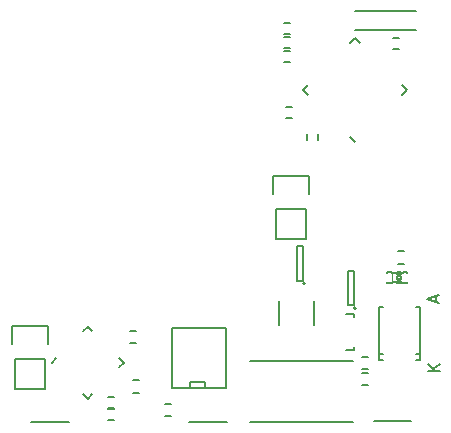
<source format=gto>
G04 #@! TF.FileFunction,Legend,Top*
%FSLAX46Y46*%
G04 Gerber Fmt 4.6, Leading zero omitted, Abs format (unit mm)*
G04 Created by KiCad (PCBNEW (2015-04-30 BZR 5634)-product) date Friday, May 08, 2015 'PMt' 05:38:52 PM*
%MOMM*%
G01*
G04 APERTURE LIST*
%ADD10C,0.100000*%
%ADD11C,0.150000*%
%ADD12R,0.500000X0.600000*%
%ADD13R,0.600000X0.500000*%
%ADD14R,1.800860X2.499360*%
%ADD15R,0.797560X0.797560*%
%ADD16R,2.500000X0.900000*%
%ADD17R,0.800100X0.800100*%
%ADD18R,0.400000X0.600000*%
%ADD19R,1.143000X0.508000*%
%ADD20R,1.060000X0.650000*%
%ADD21C,0.220000*%
%ADD22R,0.800000X0.900000*%
%ADD23R,1.600000X1.900000*%
%ADD24R,2.000000X2.000000*%
%ADD25R,0.400000X1.350000*%
%ADD26R,0.700000X0.400000*%
%ADD27R,1.200000X0.650000*%
%ADD28R,0.500000X1.600000*%
%ADD29R,2.032000X2.032000*%
%ADD30O,2.032000X2.032000*%
%ADD31R,1.500000X1.500000*%
%ADD32R,1.100000X0.250000*%
G04 APERTURE END LIST*
D10*
D11*
X176075000Y-91950000D02*
X176075000Y-91450000D01*
X175125000Y-91450000D02*
X175125000Y-91950000D01*
X163150000Y-115275000D02*
X163650000Y-115275000D01*
X163650000Y-114325000D02*
X163150000Y-114325000D01*
X158350000Y-114675000D02*
X158850000Y-114675000D01*
X158850000Y-113725000D02*
X158350000Y-113725000D01*
X158350000Y-115675000D02*
X158850000Y-115675000D01*
X158850000Y-114725000D02*
X158350000Y-114725000D01*
X173750000Y-83225000D02*
X173250000Y-83225000D01*
X173250000Y-84175000D02*
X173750000Y-84175000D01*
X173850000Y-89125000D02*
X173350000Y-89125000D01*
X173350000Y-90075000D02*
X173850000Y-90075000D01*
X182950000Y-83325000D02*
X182450000Y-83325000D01*
X182450000Y-84275000D02*
X182950000Y-84275000D01*
X173250000Y-82975000D02*
X173750000Y-82975000D01*
X173750000Y-82025000D02*
X173250000Y-82025000D01*
X173250000Y-85375000D02*
X173750000Y-85375000D01*
X173750000Y-84425000D02*
X173250000Y-84425000D01*
X184750060Y-110099140D02*
X184399540Y-110099140D01*
X181249940Y-110099140D02*
X181600460Y-110099140D01*
X184750060Y-106049560D02*
X184399540Y-106049560D01*
X184750060Y-110550440D02*
X184399540Y-110550440D01*
X181249940Y-110550440D02*
X181600460Y-110550440D01*
X181249940Y-106049560D02*
X181600460Y-106049560D01*
X184750060Y-110550440D02*
X184750060Y-106049560D01*
X181249940Y-110550440D02*
X181249940Y-106049560D01*
X183249580Y-104049580D02*
X183249580Y-103150420D01*
X183249580Y-103150420D02*
X183648360Y-103150420D01*
X183648360Y-104049580D02*
X183648360Y-103150420D01*
X183249580Y-104049580D02*
X183648360Y-104049580D01*
X181951640Y-104049580D02*
X181951640Y-103150420D01*
X181951640Y-103150420D02*
X182350420Y-103150420D01*
X182350420Y-104049580D02*
X182350420Y-103150420D01*
X181951640Y-104049580D02*
X182350420Y-104049580D01*
X182800000Y-104049580D02*
X182800000Y-103899720D01*
X182800000Y-103899720D02*
X183099720Y-103899720D01*
X183099720Y-104049580D02*
X183099720Y-103899720D01*
X182800000Y-104049580D02*
X183099720Y-104049580D01*
X182800000Y-103300280D02*
X182800000Y-103150420D01*
X182800000Y-103150420D02*
X183099720Y-103150420D01*
X183099720Y-103300280D02*
X183099720Y-103150420D01*
X182800000Y-103300280D02*
X183099720Y-103300280D01*
X182800000Y-103749860D02*
X182800000Y-103450140D01*
X182800000Y-103450140D02*
X183099720Y-103450140D01*
X183099720Y-103749860D02*
X183099720Y-103450140D01*
X182800000Y-103749860D02*
X183099720Y-103749860D01*
X183249580Y-103998780D02*
X182350420Y-103998780D01*
X183249580Y-103201220D02*
X182350420Y-103201220D01*
X175775000Y-105600000D02*
X175775000Y-107600000D01*
X172825000Y-107600000D02*
X172825000Y-105600000D01*
X179150240Y-109499160D02*
X179150240Y-109450900D01*
X178449200Y-106700180D02*
X179150240Y-106700180D01*
X179150240Y-106700180D02*
X179150240Y-106949100D01*
X179150240Y-109499160D02*
X179150240Y-109699820D01*
X179150240Y-109699820D02*
X178449200Y-109699820D01*
X182850000Y-102425000D02*
X183350000Y-102425000D01*
X183350000Y-101375000D02*
X182850000Y-101375000D01*
X180350000Y-110275000D02*
X179850000Y-110275000D01*
X179850000Y-111325000D02*
X180350000Y-111325000D01*
X179850000Y-112725000D02*
X180350000Y-112725000D01*
X180350000Y-111675000D02*
X179850000Y-111675000D01*
X160150000Y-109125000D02*
X160650000Y-109125000D01*
X160650000Y-108075000D02*
X160150000Y-108075000D01*
X160450000Y-113325000D02*
X160950000Y-113325000D01*
X160950000Y-112275000D02*
X160450000Y-112275000D01*
X163714000Y-112940000D02*
X163714000Y-107860000D01*
X163714000Y-107860000D02*
X168286000Y-107860000D01*
X168286000Y-107860000D02*
X168286000Y-112940000D01*
X168286000Y-112940000D02*
X163714000Y-112940000D01*
X165238000Y-112940000D02*
X165238000Y-112432000D01*
X165238000Y-112432000D02*
X166508000Y-112432000D01*
X166508000Y-112432000D02*
X166508000Y-112940000D01*
X175000000Y-104100000D02*
G75*
G03X175000000Y-104100000I-100000J0D01*
G01*
X174350000Y-103850000D02*
X174850000Y-103850000D01*
X174350000Y-100950000D02*
X174350000Y-103850000D01*
X174850000Y-100950000D02*
X174350000Y-100950000D01*
X174850000Y-103850000D02*
X174850000Y-100950000D01*
X179300000Y-106200000D02*
G75*
G03X179300000Y-106200000I-100000J0D01*
G01*
X178650000Y-105950000D02*
X179150000Y-105950000D01*
X178650000Y-103050000D02*
X178650000Y-105950000D01*
X179150000Y-103050000D02*
X178650000Y-103050000D01*
X179150000Y-105950000D02*
X179150000Y-103050000D01*
X174780583Y-87700000D02*
X175204847Y-87275736D01*
X183619417Y-87700000D02*
X183195153Y-88124264D01*
X179200000Y-83280583D02*
X178775736Y-83704847D01*
X179200000Y-92119417D02*
X178775736Y-91695153D01*
X183619417Y-87700000D02*
X183195153Y-87275736D01*
X179200000Y-83280583D02*
X179624264Y-83704847D01*
X174780583Y-87700000D02*
X175204847Y-88124264D01*
X156600000Y-107759441D02*
X156971231Y-108130672D01*
X156600000Y-113840559D02*
X156228769Y-113469328D01*
X159640559Y-110800000D02*
X159269328Y-110428769D01*
X153559441Y-110800000D02*
X153930672Y-110428769D01*
X156600000Y-113840559D02*
X156971231Y-113469328D01*
X159640559Y-110800000D02*
X159269328Y-111171231D01*
X156600000Y-107759441D02*
X156228769Y-108130672D01*
X170349100Y-110612460D02*
X179049100Y-110612460D01*
X179049100Y-115787460D02*
X170349100Y-115787460D01*
X165200000Y-115800000D02*
X168400000Y-115800000D01*
X151800000Y-115800000D02*
X155000000Y-115800000D01*
X180800000Y-115700000D02*
X184000000Y-115700000D01*
X179200000Y-81000000D02*
X184400000Y-81000000D01*
X179200000Y-82600000D02*
X184400000Y-82600000D01*
X175070000Y-97770000D02*
X175070000Y-100310000D01*
X175350000Y-94950000D02*
X175350000Y-96500000D01*
X175070000Y-97770000D02*
X172530000Y-97770000D01*
X172250000Y-96500000D02*
X172250000Y-94950000D01*
X172250000Y-94950000D02*
X175350000Y-94950000D01*
X172530000Y-97770000D02*
X172530000Y-100310000D01*
X172530000Y-100310000D02*
X175070000Y-100310000D01*
X152970000Y-110470000D02*
X152970000Y-113010000D01*
X153250000Y-107650000D02*
X153250000Y-109200000D01*
X152970000Y-110470000D02*
X150430000Y-110470000D01*
X150150000Y-109200000D02*
X150150000Y-107650000D01*
X150150000Y-107650000D02*
X153250000Y-107650000D01*
X150430000Y-110470000D02*
X150430000Y-113010000D01*
X150430000Y-113010000D02*
X152970000Y-113010000D01*
X186402381Y-111461905D02*
X185402381Y-111461905D01*
X186402381Y-110890476D02*
X185830952Y-111319048D01*
X185402381Y-110890476D02*
X185973810Y-111461905D01*
X186066667Y-105638095D02*
X186066667Y-105161904D01*
X186352381Y-105733333D02*
X185352381Y-105400000D01*
X186352381Y-105066666D01*
%LPC*%
D12*
X175600000Y-91150000D03*
X175600000Y-92250000D03*
D13*
X163950000Y-114800000D03*
X162850000Y-114800000D03*
X159150000Y-114200000D03*
X158050000Y-114200000D03*
X159150000Y-115200000D03*
X158050000Y-115200000D03*
X172950000Y-83700000D03*
X174050000Y-83700000D03*
X173050000Y-89600000D03*
X174150000Y-89600000D03*
X182150000Y-83800000D03*
X183250000Y-83800000D03*
X174050000Y-82500000D03*
X172950000Y-82500000D03*
X174050000Y-84900000D03*
X172950000Y-84900000D03*
D14*
X183000000Y-110298980D03*
X183000000Y-106301020D03*
D15*
X182050700Y-103600000D03*
X183549300Y-103600000D03*
D16*
X174300000Y-108050000D03*
X174300000Y-105150000D03*
D17*
X177499240Y-107250000D03*
X177499240Y-109150000D03*
X179498220Y-108200000D03*
D18*
X183550000Y-101900000D03*
X182650000Y-101900000D03*
X179650000Y-110800000D03*
X180550000Y-110800000D03*
X180550000Y-112200000D03*
X179650000Y-112200000D03*
X160850000Y-108600000D03*
X159950000Y-108600000D03*
X161150000Y-112800000D03*
X160250000Y-112800000D03*
D19*
X162825000Y-112305000D03*
X162825000Y-111035000D03*
X162825000Y-109765000D03*
X162825000Y-108495000D03*
X169175000Y-108495000D03*
X169175000Y-109765000D03*
X169175000Y-111035000D03*
X169175000Y-112305000D03*
D20*
X175700000Y-103350000D03*
X175700000Y-102400000D03*
X175700000Y-101450000D03*
X173500000Y-101450000D03*
X173500000Y-103350000D03*
X180000000Y-105450000D03*
X180000000Y-104500000D03*
X180000000Y-103550000D03*
X177800000Y-103550000D03*
X177800000Y-105450000D03*
D21*
X176600000Y-82050000D03*
X176850000Y-82500000D03*
X176350000Y-82500000D03*
X176350000Y-83100000D03*
X176850000Y-83100000D03*
D22*
X174000000Y-90900000D03*
X174000000Y-92350000D03*
X172925000Y-90925000D03*
X172925000Y-92350000D03*
D10*
G36*
X180119238Y-91589087D02*
X179977817Y-91730508D01*
X179412132Y-91164823D01*
X179553553Y-91023402D01*
X180119238Y-91589087D01*
X180119238Y-91589087D01*
G37*
G36*
X180402081Y-91306245D02*
X180260660Y-91447666D01*
X179694975Y-90881981D01*
X179836396Y-90740560D01*
X180402081Y-91306245D01*
X180402081Y-91306245D01*
G37*
G36*
X180684924Y-91023402D02*
X180543503Y-91164823D01*
X179977818Y-90599138D01*
X180119239Y-90457717D01*
X180684924Y-91023402D01*
X180684924Y-91023402D01*
G37*
G36*
X180967767Y-90740559D02*
X180826346Y-90881980D01*
X180260661Y-90316295D01*
X180402082Y-90174874D01*
X180967767Y-90740559D01*
X180967767Y-90740559D01*
G37*
G36*
X181250609Y-90457716D02*
X181109188Y-90599137D01*
X180543503Y-90033452D01*
X180684924Y-89892031D01*
X181250609Y-90457716D01*
X181250609Y-90457716D01*
G37*
G36*
X181533452Y-90174874D02*
X181392031Y-90316295D01*
X180826346Y-89750610D01*
X180967767Y-89609189D01*
X181533452Y-90174874D01*
X181533452Y-90174874D01*
G37*
G36*
X181816295Y-89892031D02*
X181674874Y-90033452D01*
X181109189Y-89467767D01*
X181250610Y-89326346D01*
X181816295Y-89892031D01*
X181816295Y-89892031D01*
G37*
G36*
X182099137Y-89609188D02*
X181957716Y-89750609D01*
X181392031Y-89184924D01*
X181533452Y-89043503D01*
X182099137Y-89609188D01*
X182099137Y-89609188D01*
G37*
G36*
X182381980Y-89326346D02*
X182240559Y-89467767D01*
X181674874Y-88902082D01*
X181816295Y-88760661D01*
X182381980Y-89326346D01*
X182381980Y-89326346D01*
G37*
G36*
X182664823Y-89043503D02*
X182523402Y-89184924D01*
X181957717Y-88619239D01*
X182099138Y-88477818D01*
X182664823Y-89043503D01*
X182664823Y-89043503D01*
G37*
G36*
X182947666Y-88760660D02*
X182806245Y-88902081D01*
X182240560Y-88336396D01*
X182381981Y-88194975D01*
X182947666Y-88760660D01*
X182947666Y-88760660D01*
G37*
G36*
X183230508Y-88477817D02*
X183089087Y-88619238D01*
X182523402Y-88053553D01*
X182664823Y-87912132D01*
X183230508Y-88477817D01*
X183230508Y-88477817D01*
G37*
G36*
X183089087Y-86780762D02*
X183230508Y-86922183D01*
X182664823Y-87487868D01*
X182523402Y-87346447D01*
X183089087Y-86780762D01*
X183089087Y-86780762D01*
G37*
G36*
X182806245Y-86497919D02*
X182947666Y-86639340D01*
X182381981Y-87205025D01*
X182240560Y-87063604D01*
X182806245Y-86497919D01*
X182806245Y-86497919D01*
G37*
G36*
X182523402Y-86215076D02*
X182664823Y-86356497D01*
X182099138Y-86922182D01*
X181957717Y-86780761D01*
X182523402Y-86215076D01*
X182523402Y-86215076D01*
G37*
G36*
X182240559Y-85932233D02*
X182381980Y-86073654D01*
X181816295Y-86639339D01*
X181674874Y-86497918D01*
X182240559Y-85932233D01*
X182240559Y-85932233D01*
G37*
G36*
X181957716Y-85649391D02*
X182099137Y-85790812D01*
X181533452Y-86356497D01*
X181392031Y-86215076D01*
X181957716Y-85649391D01*
X181957716Y-85649391D01*
G37*
G36*
X181674874Y-85366548D02*
X181816295Y-85507969D01*
X181250610Y-86073654D01*
X181109189Y-85932233D01*
X181674874Y-85366548D01*
X181674874Y-85366548D01*
G37*
G36*
X181392031Y-85083705D02*
X181533452Y-85225126D01*
X180967767Y-85790811D01*
X180826346Y-85649390D01*
X181392031Y-85083705D01*
X181392031Y-85083705D01*
G37*
G36*
X181109188Y-84800863D02*
X181250609Y-84942284D01*
X180684924Y-85507969D01*
X180543503Y-85366548D01*
X181109188Y-84800863D01*
X181109188Y-84800863D01*
G37*
G36*
X180826346Y-84518020D02*
X180967767Y-84659441D01*
X180402082Y-85225126D01*
X180260661Y-85083705D01*
X180826346Y-84518020D01*
X180826346Y-84518020D01*
G37*
G36*
X180543503Y-84235177D02*
X180684924Y-84376598D01*
X180119239Y-84942283D01*
X179977818Y-84800862D01*
X180543503Y-84235177D01*
X180543503Y-84235177D01*
G37*
G36*
X180260660Y-83952334D02*
X180402081Y-84093755D01*
X179836396Y-84659440D01*
X179694975Y-84518019D01*
X180260660Y-83952334D01*
X180260660Y-83952334D01*
G37*
G36*
X179977817Y-83669492D02*
X180119238Y-83810913D01*
X179553553Y-84376598D01*
X179412132Y-84235177D01*
X179977817Y-83669492D01*
X179977817Y-83669492D01*
G37*
G36*
X178987868Y-84235177D02*
X178846447Y-84376598D01*
X178280762Y-83810913D01*
X178422183Y-83669492D01*
X178987868Y-84235177D01*
X178987868Y-84235177D01*
G37*
G36*
X178705025Y-84518019D02*
X178563604Y-84659440D01*
X177997919Y-84093755D01*
X178139340Y-83952334D01*
X178705025Y-84518019D01*
X178705025Y-84518019D01*
G37*
G36*
X178422182Y-84800862D02*
X178280761Y-84942283D01*
X177715076Y-84376598D01*
X177856497Y-84235177D01*
X178422182Y-84800862D01*
X178422182Y-84800862D01*
G37*
G36*
X178139339Y-85083705D02*
X177997918Y-85225126D01*
X177432233Y-84659441D01*
X177573654Y-84518020D01*
X178139339Y-85083705D01*
X178139339Y-85083705D01*
G37*
G36*
X177856497Y-85366548D02*
X177715076Y-85507969D01*
X177149391Y-84942284D01*
X177290812Y-84800863D01*
X177856497Y-85366548D01*
X177856497Y-85366548D01*
G37*
G36*
X177573654Y-85649390D02*
X177432233Y-85790811D01*
X176866548Y-85225126D01*
X177007969Y-85083705D01*
X177573654Y-85649390D01*
X177573654Y-85649390D01*
G37*
G36*
X177290811Y-85932233D02*
X177149390Y-86073654D01*
X176583705Y-85507969D01*
X176725126Y-85366548D01*
X177290811Y-85932233D01*
X177290811Y-85932233D01*
G37*
G36*
X177007969Y-86215076D02*
X176866548Y-86356497D01*
X176300863Y-85790812D01*
X176442284Y-85649391D01*
X177007969Y-86215076D01*
X177007969Y-86215076D01*
G37*
G36*
X176725126Y-86497918D02*
X176583705Y-86639339D01*
X176018020Y-86073654D01*
X176159441Y-85932233D01*
X176725126Y-86497918D01*
X176725126Y-86497918D01*
G37*
G36*
X176442283Y-86780761D02*
X176300862Y-86922182D01*
X175735177Y-86356497D01*
X175876598Y-86215076D01*
X176442283Y-86780761D01*
X176442283Y-86780761D01*
G37*
G36*
X176159440Y-87063604D02*
X176018019Y-87205025D01*
X175452334Y-86639340D01*
X175593755Y-86497919D01*
X176159440Y-87063604D01*
X176159440Y-87063604D01*
G37*
G36*
X175876598Y-87346447D02*
X175735177Y-87487868D01*
X175169492Y-86922183D01*
X175310913Y-86780762D01*
X175876598Y-87346447D01*
X175876598Y-87346447D01*
G37*
G36*
X175735177Y-87912132D02*
X175876598Y-88053553D01*
X175310913Y-88619238D01*
X175169492Y-88477817D01*
X175735177Y-87912132D01*
X175735177Y-87912132D01*
G37*
G36*
X176018019Y-88194975D02*
X176159440Y-88336396D01*
X175593755Y-88902081D01*
X175452334Y-88760660D01*
X176018019Y-88194975D01*
X176018019Y-88194975D01*
G37*
G36*
X176300862Y-88477818D02*
X176442283Y-88619239D01*
X175876598Y-89184924D01*
X175735177Y-89043503D01*
X176300862Y-88477818D01*
X176300862Y-88477818D01*
G37*
G36*
X176583705Y-88760661D02*
X176725126Y-88902082D01*
X176159441Y-89467767D01*
X176018020Y-89326346D01*
X176583705Y-88760661D01*
X176583705Y-88760661D01*
G37*
G36*
X176866548Y-89043503D02*
X177007969Y-89184924D01*
X176442284Y-89750609D01*
X176300863Y-89609188D01*
X176866548Y-89043503D01*
X176866548Y-89043503D01*
G37*
G36*
X177149390Y-89326346D02*
X177290811Y-89467767D01*
X176725126Y-90033452D01*
X176583705Y-89892031D01*
X177149390Y-89326346D01*
X177149390Y-89326346D01*
G37*
G36*
X177432233Y-89609189D02*
X177573654Y-89750610D01*
X177007969Y-90316295D01*
X176866548Y-90174874D01*
X177432233Y-89609189D01*
X177432233Y-89609189D01*
G37*
G36*
X177715076Y-89892031D02*
X177856497Y-90033452D01*
X177290812Y-90599137D01*
X177149391Y-90457716D01*
X177715076Y-89892031D01*
X177715076Y-89892031D01*
G37*
G36*
X177997918Y-90174874D02*
X178139339Y-90316295D01*
X177573654Y-90881980D01*
X177432233Y-90740559D01*
X177997918Y-90174874D01*
X177997918Y-90174874D01*
G37*
G36*
X178280761Y-90457717D02*
X178422182Y-90599138D01*
X177856497Y-91164823D01*
X177715076Y-91023402D01*
X178280761Y-90457717D01*
X178280761Y-90457717D01*
G37*
G36*
X178563604Y-90740560D02*
X178705025Y-90881981D01*
X178139340Y-91447666D01*
X177997919Y-91306245D01*
X178563604Y-90740560D01*
X178563604Y-90740560D01*
G37*
G36*
X178846447Y-91023402D02*
X178987868Y-91164823D01*
X178422183Y-91730508D01*
X178280762Y-91589087D01*
X178846447Y-91023402D01*
X178846447Y-91023402D01*
G37*
G36*
X179986656Y-85340031D02*
X179200000Y-86126687D01*
X178413344Y-85340031D01*
X179200000Y-84553375D01*
X179986656Y-85340031D01*
X179986656Y-85340031D01*
G37*
G36*
X179200000Y-86126687D02*
X178413344Y-86913343D01*
X177626688Y-86126687D01*
X178413344Y-85340031D01*
X179200000Y-86126687D01*
X179200000Y-86126687D01*
G37*
G36*
X178413343Y-86913344D02*
X177626687Y-87700000D01*
X176840031Y-86913344D01*
X177626687Y-86126688D01*
X178413343Y-86913344D01*
X178413343Y-86913344D01*
G37*
G36*
X177626687Y-87700000D02*
X176840031Y-88486656D01*
X176053375Y-87700000D01*
X176840031Y-86913344D01*
X177626687Y-87700000D01*
X177626687Y-87700000D01*
G37*
G36*
X180773312Y-86126687D02*
X179986656Y-86913343D01*
X179200000Y-86126687D01*
X179986656Y-85340031D01*
X180773312Y-86126687D01*
X180773312Y-86126687D01*
G37*
G36*
X179986656Y-86913344D02*
X179200000Y-87700000D01*
X178413344Y-86913344D01*
X179200000Y-86126688D01*
X179986656Y-86913344D01*
X179986656Y-86913344D01*
G37*
G36*
X179200000Y-87700000D02*
X178413344Y-88486656D01*
X177626688Y-87700000D01*
X178413344Y-86913344D01*
X179200000Y-87700000D01*
X179200000Y-87700000D01*
G37*
G36*
X178413343Y-88486656D02*
X177626687Y-89273312D01*
X176840031Y-88486656D01*
X177626687Y-87700000D01*
X178413343Y-88486656D01*
X178413343Y-88486656D01*
G37*
G36*
X181559969Y-86913344D02*
X180773313Y-87700000D01*
X179986657Y-86913344D01*
X180773313Y-86126688D01*
X181559969Y-86913344D01*
X181559969Y-86913344D01*
G37*
G36*
X180773312Y-87700000D02*
X179986656Y-88486656D01*
X179200000Y-87700000D01*
X179986656Y-86913344D01*
X180773312Y-87700000D01*
X180773312Y-87700000D01*
G37*
G36*
X179986656Y-88486656D02*
X179200000Y-89273312D01*
X178413344Y-88486656D01*
X179200000Y-87700000D01*
X179986656Y-88486656D01*
X179986656Y-88486656D01*
G37*
G36*
X179200000Y-89273313D02*
X178413344Y-90059969D01*
X177626688Y-89273313D01*
X178413344Y-88486657D01*
X179200000Y-89273313D01*
X179200000Y-89273313D01*
G37*
G36*
X182346625Y-87700000D02*
X181559969Y-88486656D01*
X180773313Y-87700000D01*
X181559969Y-86913344D01*
X182346625Y-87700000D01*
X182346625Y-87700000D01*
G37*
G36*
X181559969Y-88486656D02*
X180773313Y-89273312D01*
X179986657Y-88486656D01*
X180773313Y-87700000D01*
X181559969Y-88486656D01*
X181559969Y-88486656D01*
G37*
G36*
X180773312Y-89273313D02*
X179986656Y-90059969D01*
X179200000Y-89273313D01*
X179986656Y-88486657D01*
X180773312Y-89273313D01*
X180773312Y-89273313D01*
G37*
G36*
X179986656Y-90059969D02*
X179200000Y-90846625D01*
X178413344Y-90059969D01*
X179200000Y-89273313D01*
X179986656Y-90059969D01*
X179986656Y-90059969D01*
G37*
G36*
X154142804Y-111701561D02*
X153930672Y-111489429D01*
X154531712Y-110888389D01*
X154743844Y-111100521D01*
X154142804Y-111701561D01*
X154142804Y-111701561D01*
G37*
G36*
X154496358Y-112055114D02*
X154284226Y-111842982D01*
X154885266Y-111241942D01*
X155097398Y-111454074D01*
X154496358Y-112055114D01*
X154496358Y-112055114D01*
G37*
G36*
X154849911Y-112408668D02*
X154637779Y-112196536D01*
X155238819Y-111595496D01*
X155450951Y-111807628D01*
X154849911Y-112408668D01*
X154849911Y-112408668D01*
G37*
G36*
X155203464Y-112762221D02*
X154991332Y-112550089D01*
X155592372Y-111949049D01*
X155804504Y-112161181D01*
X155203464Y-112762221D01*
X155203464Y-112762221D01*
G37*
G36*
X155557018Y-113115774D02*
X155344886Y-112903642D01*
X155945926Y-112302602D01*
X156158058Y-112514734D01*
X155557018Y-113115774D01*
X155557018Y-113115774D01*
G37*
G36*
X155910571Y-113469328D02*
X155698439Y-113257196D01*
X156299479Y-112656156D01*
X156511611Y-112868288D01*
X155910571Y-113469328D01*
X155910571Y-113469328D01*
G37*
G36*
X157501561Y-113257196D02*
X157289429Y-113469328D01*
X156688389Y-112868288D01*
X156900521Y-112656156D01*
X157501561Y-113257196D01*
X157501561Y-113257196D01*
G37*
G36*
X157855114Y-112903642D02*
X157642982Y-113115774D01*
X157041942Y-112514734D01*
X157254074Y-112302602D01*
X157855114Y-112903642D01*
X157855114Y-112903642D01*
G37*
G36*
X158208668Y-112550089D02*
X157996536Y-112762221D01*
X157395496Y-112161181D01*
X157607628Y-111949049D01*
X158208668Y-112550089D01*
X158208668Y-112550089D01*
G37*
G36*
X158562221Y-112196536D02*
X158350089Y-112408668D01*
X157749049Y-111807628D01*
X157961181Y-111595496D01*
X158562221Y-112196536D01*
X158562221Y-112196536D01*
G37*
G36*
X158915774Y-111842982D02*
X158703642Y-112055114D01*
X158102602Y-111454074D01*
X158314734Y-111241942D01*
X158915774Y-111842982D01*
X158915774Y-111842982D01*
G37*
G36*
X159269328Y-111489429D02*
X159057196Y-111701561D01*
X158456156Y-111100521D01*
X158668288Y-110888389D01*
X159269328Y-111489429D01*
X159269328Y-111489429D01*
G37*
G36*
X158668288Y-110711611D02*
X158456156Y-110499479D01*
X159057196Y-109898439D01*
X159269328Y-110110571D01*
X158668288Y-110711611D01*
X158668288Y-110711611D01*
G37*
G36*
X158314734Y-110358058D02*
X158102602Y-110145926D01*
X158703642Y-109544886D01*
X158915774Y-109757018D01*
X158314734Y-110358058D01*
X158314734Y-110358058D01*
G37*
G36*
X157961181Y-110004504D02*
X157749049Y-109792372D01*
X158350089Y-109191332D01*
X158562221Y-109403464D01*
X157961181Y-110004504D01*
X157961181Y-110004504D01*
G37*
G36*
X157607628Y-109650951D02*
X157395496Y-109438819D01*
X157996536Y-108837779D01*
X158208668Y-109049911D01*
X157607628Y-109650951D01*
X157607628Y-109650951D01*
G37*
G36*
X157254074Y-109297398D02*
X157041942Y-109085266D01*
X157642982Y-108484226D01*
X157855114Y-108696358D01*
X157254074Y-109297398D01*
X157254074Y-109297398D01*
G37*
G36*
X156900521Y-108943844D02*
X156688389Y-108731712D01*
X157289429Y-108130672D01*
X157501561Y-108342804D01*
X156900521Y-108943844D01*
X156900521Y-108943844D01*
G37*
G36*
X156511611Y-108731712D02*
X156299479Y-108943844D01*
X155698439Y-108342804D01*
X155910571Y-108130672D01*
X156511611Y-108731712D01*
X156511611Y-108731712D01*
G37*
G36*
X156158058Y-109085266D02*
X155945926Y-109297398D01*
X155344886Y-108696358D01*
X155557018Y-108484226D01*
X156158058Y-109085266D01*
X156158058Y-109085266D01*
G37*
G36*
X155804504Y-109438819D02*
X155592372Y-109650951D01*
X154991332Y-109049911D01*
X155203464Y-108837779D01*
X155804504Y-109438819D01*
X155804504Y-109438819D01*
G37*
G36*
X155450951Y-109792372D02*
X155238819Y-110004504D01*
X154637779Y-109403464D01*
X154849911Y-109191332D01*
X155450951Y-109792372D01*
X155450951Y-109792372D01*
G37*
G36*
X155097398Y-110145926D02*
X154885266Y-110358058D01*
X154284226Y-109757018D01*
X154496358Y-109544886D01*
X155097398Y-110145926D01*
X155097398Y-110145926D01*
G37*
G36*
X154743844Y-110499479D02*
X154531712Y-110711611D01*
X153930672Y-110110571D01*
X154142804Y-109898439D01*
X154743844Y-110499479D01*
X154743844Y-110499479D01*
G37*
D23*
X175950000Y-114370000D03*
X173450000Y-114370000D03*
X178810000Y-114370000D03*
D24*
X177700000Y-111940000D03*
D25*
X173399100Y-111637460D03*
X174049100Y-111637460D03*
X174699100Y-111637460D03*
X175349100Y-111637460D03*
X175999100Y-111637460D03*
D24*
X171700000Y-111940000D03*
D23*
X170590000Y-114370000D03*
D26*
X168100000Y-115200000D03*
D27*
X167900000Y-114100000D03*
X165700000Y-114100000D03*
D26*
X165500000Y-115200000D03*
X154700000Y-115200000D03*
D27*
X154500000Y-114100000D03*
X152300000Y-114100000D03*
D26*
X152100000Y-115200000D03*
X183700000Y-115100000D03*
D27*
X183500000Y-114000000D03*
X181300000Y-114000000D03*
D26*
X181100000Y-115100000D03*
D28*
X184800000Y-81800000D03*
X178800000Y-81800000D03*
D29*
X173800000Y-96500000D03*
D30*
X173800000Y-99040000D03*
D29*
X151700000Y-109200000D03*
D30*
X151700000Y-111740000D03*
D31*
X179600000Y-101750000D03*
D32*
X177100000Y-99750000D03*
X177100000Y-99250000D03*
X177100000Y-98750000D03*
X177100000Y-98250000D03*
X177100000Y-97750000D03*
X177100000Y-97250000D03*
X177100000Y-96750000D03*
X177100000Y-96250000D03*
X177100000Y-95750000D03*
X177100000Y-100250000D03*
D31*
X179600000Y-94250000D03*
M02*

</source>
